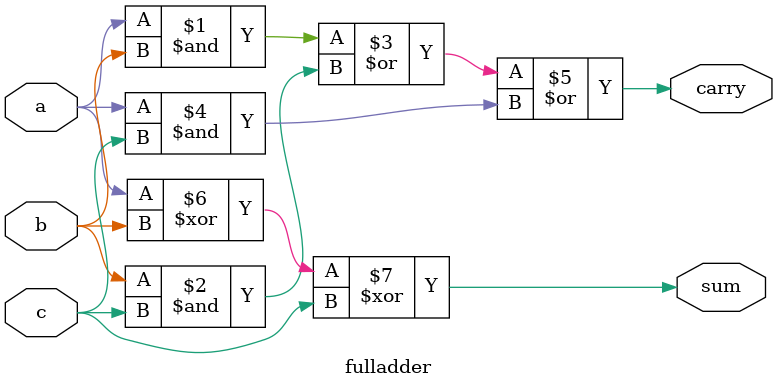
<source format=v>
module fulladder (
    a,b,c,carry,sum
);
    input a,b,c;
    output carry,sum;

    assign carry=a&b | b&c | a&c;
    assign sum = a^b^c;
    
endmodule
</source>
